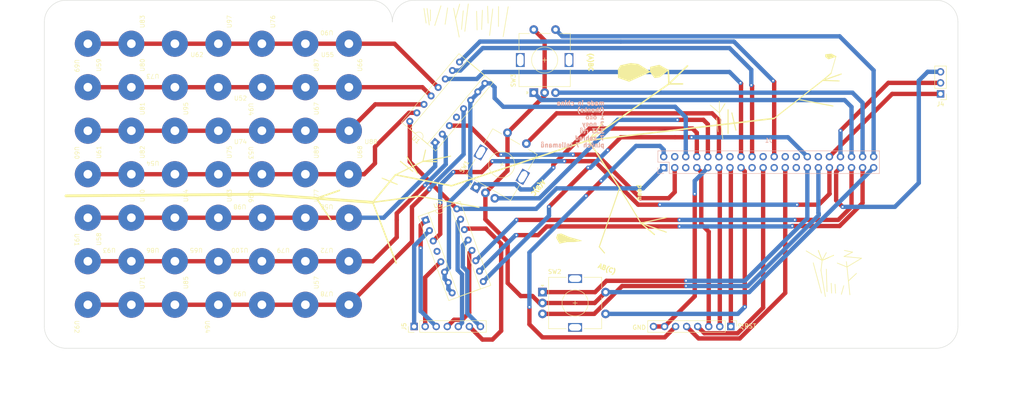
<source format=kicad_pcb>
(kicad_pcb (version 20221018) (generator pcbnew)
  (layers (0 "F.Cu" signal) (31 "B.Cu" signal) (34 "B.Paste" user) (35 "F.Paste" user) (36 "B.SilkS" user "B.Silkscreen") (37 "F.SilkS" user "F.Silkscreen") (38 "B.Mask" user) (39 "F.Mask" user) (44 "Edge.Cuts" user))
  (net 0 "")
  (net 1 "COM1")
  (net 2 "NOK_VCC")
  (net 4 "COM2")
  (net 5 "PNUK_B_GP_A")
  (net 6 "GND_PNUKY_ROT")
  (net 7 "PNUK_B_GP_B")
  (net 8 "SEL0_A")
  (net 9 "KNOFL_B")
  (net 10 "SEL1_A")
  (net 11 "SEL2_A")
  (net 12 "PNUK_C_GP_A")
  (net 14 "PNUK_C_GP_B")
  (net 15 "NOK_DIN")
  (net 17 "NOK_CE")
  (net 18 "NOK_CLK")
  (net 21 "SEL0_B")
  (net 22 "KNOFL_A")
  (net 23 "SEL1_B")
  (net 25 "SEL2_B")
  (net 26 "PWM_1_OUT")
  (net 27 "PWM_2_OUT")
  (net 28 "KNOFL_C")
  (net 29 "NOK_RST")
  (net 30 "NOK_DC")
  (net 31 "PNUK_A_GP_A")
  (net 32 "PNUK_A_GP_B")
  (net 33 "Net-(J5-Pin_1)")
  (net 34 "Net-(J5-Pin_2)")
  (net 35 "Net-(J5-Pin_3)")
  (net 36 "Net-(J5-Pin_4)")
  (net 37 "Net-(J5-Pin_5)")
  (net 38 "Net-(J5-Pin_6)")
  (net 39 "Net-(J5-Pin_7)")
  (net 40 "m4")
  (net 41 "m6")
  (net 43 "m5")
  (net 44 "m3")
  (net 45 "m0")
  (net 46 "m1")
  (net 47 "m2")
  (net 49 "Net-(U1-VCC)")
  (net 50 "Net-(U1-GND)")
  (net 52 "NOK_BL")
  (net 55 "Net-(J4-Pin_2)")
  (footprint "ass149:1x1_matrix_pin" (layer "F.Cu") (at 134.999937 37.46 180)
    (fp_text reference "U73")
    (fp_text value "~")
  )
  (footprint "MountingHole:MountingHole_2.7mm_M2.5" (layer "F.Cu") (at 294.999937 95)
    (fp_text reference "REF**" hide)
    (fp_text value "MountingHole_2.7mm_M2.5")
  )
  (footprint "ass149:1x1_matrix_pin" (layer "F.Cu") (at 164.999937 32.54)
    (fp_text reference "U55")
    (fp_text value "~")
  )
  (footprint "ass149:1x1_matrix_pin" (layer "F.Cu") (at 134.999937 77.46 180)
    (fp_text reference "U86")
    (fp_text value "~")
  )
  (footprint "MountingHole:MountingHole_2.7mm_M2.5" (layer "F.Cu") (at 179.999937 25)
    (fp_text reference "REF**" hide)
    (fp_text value "MountingHole_2.7mm_M2.5")
  )
  (footprint "MountingHole:MountingHole_2.7mm_M2.5" (layer "F.Cu") (at 109.999937 25)
    (fp_text reference "REF**" hide)
    (fp_text value "MountingHole_2.7mm_M2.5")
  )
  (footprint "ass149:1x1_matrix_pin" (layer "F.Cu") (at 152.459937 60 -90)
    (fp_text reference "U96")
    (fp_text value "~")
  )
  (footprint "ass149:1x1_matrix_pin" (layer "F.Cu") (at 174.999937 52.54)
    (fp_text reference "U88")
    (fp_text value "~")
  )
  (footprint "ass149:1x1_matrix_pin" (layer "F.Cu") (at 167.539937 60 90)
    (fp_text reference "U89")
    (fp_text value "~")
  )
  (footprint "ass149:1x1_matrix_pin" (layer "F.Cu") (at 117.539937 80 90)
    (fp_text reference "U58")
    (fp_text value "~")
  )
  (footprint "MountingHole:MountingHole_2.7mm_M2.5" (layer "F.Cu") (at 274.999937 95)
    (fp_text reference "REF**" hide)
    (fp_text value "MountingHole_2.7mm_M2.5")
  )
  (footprint "ass149:1x1_matrix_pin" (layer "F.Cu") (at 117.539937 40 90)
    (fp_text reference "U59")
    (fp_text value "~")
  )
  (footprint "Rotary_Encoder:RotaryEncoder_Alps_EC11E-Switch_Vertical_H20mm" (layer "F.Cu") (at 219.499937 87.1)
    (fp_text reference "SW2")
    (fp_text value "RotaryEncoder_Switch")
  )
  (footprint "ass149:1x1_matrix_pin" (layer "F.Cu") (at 127.539937 60 90)
    (fp_text reference "U82")
    (fp_text value "~")
  )
  (footprint "ass149:1x1_matrix_pin" (layer "F.Cu") (at 112.459937 90 -90)
    (fp_text reference "U92")
    (fp_text value "~")
  )
  (footprint "ass149:1x1_matrix_pin" (layer "F.Cu") (at 144.999937 52.54)
    (fp_text reference "U74")
    (fp_text value "~")
  )
  (footprint "ass149:1x1_matrix_pin" (layer "F.Cu") (at 127.539937 90 90)
    (fp_text reference "U71")
    (fp_text value "~")
  )
  (footprint "ass149:1x1_matrix_pin" (layer "F.Cu") (at 174.999937 87.46 180)
    (fp_text reference "U78")
    (fp_text value "~")
  )
  (footprint "ass149:1x1_matrix_pin" (layer "F.Cu") (at 144.999937 77.46 180)
    (fp_text reference "U65")
    (fp_text value "~")
  )
  (footprint "Rotary_Encoder:RotaryEncoder_Alps_EC11E-Switch_Vertical_H20mm" (layer "F.Cu") (at 204.209874 63.028684 60)
    (fp_text reference "SW1")
    (fp_text value "RotaryEncoder_Switch")
  )
  (footprint "MountingHole:MountingHole_2.7mm_M2.5" (layer "F.Cu") (at 309.999937 60)
    (fp_text reference "REF**" hide)
    (fp_text value "MountingHole_2.7mm_M2.5")
  )
  (footprint "Rotary_Encoder:RotaryEncoder_Alps_EC11E-Switch_Vertical_H20mm" (layer "F.Cu") (at 217.499937 41.25 90)
    (fp_text reference "SW3")
    (fp_text value "RotaryEncoder_Switch")
  )
  (footprint "ass149:1x1_matrix_pin" (layer "F.Cu") (at 117.539937 60 90)
    (fp_text reference "U61")
    (fp_text value "~")
  )
  (footprint "ass149:1x1_matrix_pin" (layer "F.Cu") (at 154.999937 67.46 180)
    (fp_text reference "U98")
    (fp_text value "~")
  )
  (footprint "Module:Raspberry_Pi_Zero_Socketed_THT_FaceDown_MountingHoles" (layer "F.Cu") (at 295.619937 58.5 -90)
    (fp_text reference "J1")
    (fp_text value "Raspberry_Pi_2_3")
  )
  (footprint "Connector_PinHeader_2.54mm:PinHeader_1x08_P2.54mm_Vertical" (layer "F.Cu") (at 262.799937 95 -90)
    (fp_text reference "J2")
    (fp_text value "Conn_01x08_Pin_nokia")
  )
  (footprint "ass149:1x1_matrix_pin" (layer "F.Cu") (at 152.459937 50 -90)
    (fp_text reference "U53")
    (fp_text value "~")
  )
  (footprint "ass149:1x1_matrix_pin" (layer "F.Cu") (at 167.539937 70 90)
    (fp_text reference "U77")
    (fp_text value "~")
  )
  (footprint "ass149:1x1_matrix_pin" (layer "F.Cu") (at 164.999937 77.46 180)
    (fp_text reference "U79")
    (fp_text value "~")
  )
  (footprint "MountingHole:MountingHole_2.7mm_M2.5" (layer "F.Cu") (at 309.999937 25)
    (fp_text reference "REF**" hide)
    (fp_text value "MountingHole_2.7mm_M2.5")
  )
  (footprint "MountingHole:MountingHole_2.7mm_M2.5" (layer "F.Cu") (at 109.999937 95)
    (fp_text reference "REF**" hide)
    (fp_text value "MountingHole_2.7mm_M2.5")
  )
  (footprint "ass149:1x1_matrix_pin" (layer "F.Cu") (at 174.999937 77.46 180)
    (fp_text reference "U72")
    (fp_text value "~")
  )
  (footprint "MountingHole:MountingHole_2.7mm_M2.5" (layer "F.Cu") (at 254.999937 25)
    (fp_text reference "REF**" hide)
    (fp_text value "MountingHole_2.7mm_M2.5")
  )
  (footprint "ass149:1x1_matrix_pin" (layer "F.Cu") (at 112.459937 30 -90)
    (fp_text reference "U69")
    (fp_text value "~")
  )
  (footprint "ass149:1x1_matrix_pin" (layer "F.Cu") (at 157.539937 30 90)
    (fp_text reference "U76")
    (fp_text value "~")
  )
  (footprint "ass149:1x1_matrix_pin" (layer "F.Cu") (at 127.539937 30 90)
    (fp_text reference "U83")
    (fp_text value "~")
  )
  (footprint "ass149:1x1_matrix_pin" (layer "F.Cu") (at 167.539937 40 90)
    (fp_text reference "U87")
    (fp_text value "~")
  )
  (footprint "PCM_kikit:Board" (layer "F.Cu") (at 124.624937 100 180)
    (fp_text reference "B2")
    (fp_text value "Board")
  )
  (footprint "ass149:1x1_matrix_pin" (layer "F.Cu") (at 177.539937 40 90)
    (fp_text reference "U66")
    (fp_text value "~")
  )
  (footprint "ass149:1x1_matrix_pin" (layer "F.Cu") (at 167.539937 90 90)
    (fp_text reference "U57")
    (fp_text value "~")
  )
  (footprint "ass149:1x1_matrix_pin" (layer "F.Cu") (at 112.459937 50 -90)
    (fp_text reference "U60")
    (fp_text value "~")
  )
  (footprint "ass149:1x1_matrix_pin" (layer "F.Cu") (at 167.539937 50 90)
    (fp_text reference "U67")
    (fp_text value "~")
  )
  (footprint "ass149:1x1_matrix_pin" (layer "F.Cu") (at 112.459937 70 -90)
    (fp_text reference "U91")
    (fp_text value "~")
  )
  (footprint "ass149:1x1_matrix_pin" (layer "F.Cu") (at 154.999937 87.46 180)
    (fp_text reference "U99")
    (fp_text value "~")
  )
  (footprint "ass149:1x1_matrix_pin" (layer "F.Cu") (at 124.999937 77.46 180)
    (fp_text reference "U93")
    (fp_text value "~")
  )
  (footprint "ass149:1x1_matrix_pin" (layer "F.Cu") (at 147.539937 70 90)
    (fp_text reference "U63")
    (fp_text value "~")
  )
  (footprint "ass149:1x1_matrix_pin" (layer "F.Cu") (at 137.539937 70 90)
    (fp_text reference "U84")
    (fp_text value "~")
  )
  (footprint "MountingHole:MountingHole_2.7mm_M2.5" (layer "F.Cu") (at 294.999937 25)
    (fp_text reference "REF**" hide)
    (fp_text value "MountingHole_2.7mm_M2.5")
  )
  (footprint "ass149:1x1_matrix_pin" (layer "F.Cu") (at 174.999937 67.46 180)
    (fp_text reference "U56")
    (fp_text value "~")
  )
  (footprint "ass149:1x1_matrix_pin" (layer "F.Cu") (at 127.539937 50 90)
    (fp_text reference "U81")
    (fp_text value "~")
  )
  (footprint "ass149:1x1_matrix_pin" (layer "F.Cu") (at 174.999937 27.46 180)
    (fp_text reference "U90")
    (fp_text value "~")
  )
  (footprint "ass149:1x1_matrix_pin" (layer "F.Cu") (at 134.999937 57.46 180)
    (fp_text reference "U54")
    (fp_text value "~")
  )
  (footprint "Connector_PinHeader_2.54mm:PinHeader_1x07_P2.54mm_Vertical" (layer "F.Cu") (at 189.999937 95 90)
    (fp_text reference "J5")
    (fp_text value "Conn_01x07_Pin")
  )
  (footprint "ass149:1x1_matrix_pin" (layer "F.Cu") (at 152.459937 40 -90)
    (fp_text reference "U94")
    (fp_text value "~")
  )
  (footprint "ass149:1x1_matrix_pin" (layer "F.Cu") (at 142.459937 90 -90)
    (fp_text reference "U64")
    (fp_text value "~")
  )
  (footprint "ass149:1x1_matrix_pin" (layer "F.Cu") (at 154.999937 77.46 180)
    (fp_text reference "U100")
    (fp_text value "~")
  )
  (footprint "ass149:1x1_matrix_pin" (layer "F.Cu") (at 134.999937 32.54)
    (fp_text reference "U62")
    (fp_text value "~")
  )
  (footprint "MountingHole:MountingHole_2.7mm_M2.5" (layer "F.Cu") (at 309.999937 95)
    (fp_text reference "REF**" hide)
    (fp_text value "MountingHole_2.7mm_M2.5")
  )
  (footprint "MountingHole:MountingHole_2.7mm_M2.5" (layer "F.Cu") (at 179.999937 95)
    (fp_text reference "REF**" hide)
    (fp_text value "MountingHole_2.7mm_M2.5")
  )
  (footprint "ass149:1x1_matrix_pin" (layer "F.Cu") (at 137.539937 50 90)
    (fp_text reference "U95")
    (fp_text value "~")
  )
  (footprint "ass149:1x1_matrix_pin" (layer "F.Cu") (at 127.539937 40 90)
    (fp_text reference "U80")
    (fp_text value "~")
  )
  (footprint "Package_DIP:DIP-16_W7.62mm_Socket" (layer "F.Cu") (at 192.656281 70.565904 20)
    (fp_text reference "U2")
    (fp_text value "74HC4051")
  )
  (footprint "ass149:1x1_matrix_pin" (layer "F.Cu") (at 147.539937 30 90)
    (fp_text reference "U97")
    (fp_text value "~")
  )
  (footprint "Package_DIP:DIP-16_W7.62mm_Socket" (layer "F.Cu") (at 194.836534 52.728764 140)
    (fp_text reference "U1")
    (fp_text value "74HC4051")
  )
  (footprint "ass149:1x1_matrix_pin" (layer "F.Cu") (at 127.539937 70 90)
    (fp_text reference "U70")
    (fp_text value "~")
  )
  (footprint "ass149:1x1_matrix_pin" (layer "F.Cu") (at 147.539937 60 90)
    (fp_text reference "U75")
    (fp_text value "~")
  )
  (footprint "ass149:1x1_matrix_pin" (layer "F.Cu") (at 144.999937 42.54)
    (fp_text reference "U52")
    (fp_text value "~")
  )
  (footprint "ass149:1x1_matrix_pin" (layer "F.Cu") (at 137.539937 90 90)
    (fp_text reference "U85")
    (fp_text value "~")
  )
  (footprint "Connector_PinHeader_2.54mm:PinHeader_1x03_P2.54mm_Vertical" (layer "F.Cu") (at 310.999937 41.54 180)
    (fp_text reference "J4")
    (fp_text value "Conn_01x03_Pin")
  )
  (footprint "ass149:1x1_matrix_pin" (layer "F.Cu") (at 177.539937 60 90)
    (fp_text reference "U68")
    (fp_text value "~")
  )
  (gr_line (start 288.204937 87.615) (end 288.764937 85.605) (stroke (width 0.15)) (layer "F.SilkS"))
  (gr_line (start 283.92 38.44) (end 285.83 36.81) (stroke (width 0.25)) (layer "F.SilkS"))
  (gr_line (start 283.92 38.44) (end 287.68 38.55) (stroke (width 0.25)) (layer "F.SilkS"))
  (gr_line (start 286.424937 78.635) (end 283.794937 79.805) (stroke (width 0.15)) (layer "F.SilkS"))
  (gr_line (start 180.49 66.46) (end 185.71 60.13) (stroke (width 0.35)) (layer "F.SilkS"))
  (gr_line (start 289.494937 81.315) (end 289.359937 80.09) (stroke (width 0.15)) (layer "F.SilkS"))
  (gr_line (start 154.63 64.6) (end 180.49 66.46) (stroke (width 0.65)) (layer "F.SilkS"))
  (gr_line (start 263.96 49.87) (end 263.03 45.9) (stroke (width 0.25)) (layer "F.SilkS"))
  (gr_line (start 283.794937 79.805) (end 282.904937 77.515) (stroke (width 0.15)) (layer "F.SilkS"))
  (gr_line (start 172.8 63.74) (end 167.56 65.53) (stroke (width 0.35)) (layer "F.SilkS"))
  (gr_line (start 204.47 26.84) (end 204.36 22.53) (stroke (width 0.15)) (layer "F.SilkS"))
  (gr_line (start 288.824937 78.905) (end 290.774937 77.905) (stroke (width 0.15)) (layer "F.SilkS"))
  (gr_line (start 283.92 38.44) (end 288.17 36.97) (stroke (width 0.25)) (layer "F.SilkS"))
  (gr_poly (pts (xy 244.28 36.46) (xy 241.52 34.72) (xy 239.82 34.51) (xy 237.46 35.02) (xy 236.91 35.95) (xy 236.93 37.8) (xy 239.41 38.66)) (stroke (width 0.15)) (fill solid) (layer "F.SilkS"))
  (gr_poly (pts (xy 286.96 32.94) (xy 285.95 32.36) (xy 284.59 32.48) (xy 284.55 32.99) (xy 285.27 33.51)) (stroke (width 0.15)) (fill solid) (layer "F.SilkS"))
  (gr_line (start 284.914937 87.005) (end 284.744937 81.815) (stroke (width 0.15)) (layer "F.SilkS"))
  (gr_line (start 292.844937 79.305) (end 288.824937 78.905) (stroke (width 0.15)) (layer "F.SilkS"))
  (gr_line (start 186.85 57.05) (end 189.68 59.34) (stroke (width 0.25)) (layer "F.SilkS"))
  (gr_line (start 192.02 57.05) (end 198.39 55.85) (stroke (width 0.25)) (layer "F.SilkS"))
  (gr_line (start 205.51 26.75) (end 205.69 22.29) (stroke (width 0.15)) (layer "F.SilkS"))
  (gr_line (start 180.49 66.46) (end 185.86 80.41) (stroke (width 0.35)) (layer "F.SilkS"))
  (gr_line (start 200.36 28.48) (end 199.07 21.84) (stroke (width 0.15)) (layer "F.SilkS"))
  (gr_line (start 285.974937 87.335) (end 285.864937 85.055) (stroke (width 0.15)) (layer "F.SilkS"))
  (gr_line (start 207.35 28.11) (end 208.07 22) (stroke (width 0.15)) (layer "F.SilkS"))
  (gr_line (start 198.58 62.66) (end 230.05 52.21) (stroke (width 0.35)) (layer "F.SilkS"))
  (gr_line (start 283.624937 87.335) (end 281.734937 80.365) (stroke (width 0.15)) (layer "F.SilkS"))
  (gr_line (start 248.56 39.24) (end 248.43 36.09) (stroke (width 0.35)) (layer "F.SilkS"))
  (gr_line (start 259.86 50.23) (end 259.51 47.05) (stroke (width 0.15)) (layer "F.SilkS"))
  (gr_line (start 188.37 56.02) (end 190.77 59.83) (stroke (width 0.25)) (layer "F.SilkS"))
  (gr_line (start 285.83 36.81) (end 286.96 32.94) (stroke (width 0.15)) (layer "F.SilkS"))
  (gr_line (start 283.514937 82.095) (end 283.794937 79.805) (stroke (width 0.15)) (layer "F.SilkS"))
  (gr_line (start 248.56 39.24) (end 252.84 35.08) (stroke (width 0.35)) (layer "F.SilkS"))
  (gr_line (start 289.494937 81.315) (end 292.844937 79.305) (stroke (width 0.15)) (layer "F.SilkS"))
  (gr_line (start 289.494937 81.315) (end 287.259937 80.42) (stroke (width 0.15)) (layer "F.SilkS"))
  (gr_line (start 242.14 71.25) (end 247.96 69.95) (stroke (width 0.25)) (layer "F.SilkS"))
  (gr_line (start 289.829937 84.52) (end 291.679937 82.79) (stroke (width 0.15)) (layer "F.SilkS"))
  (gr_line (start 282.904937 77.515) (end 283.794937 79.805) (stroke (width 0.15)) (layer "F.SilkS"))
  (gr_line (start 290.164937 87.725) (end 289.494937 81.315) (stroke (width 0.15)) (layer "F.SilkS"))
  (gr_line (start 209.38 26.04) (end 209.4 21.44) (stroke (width 0.15)) (layer "F.SilkS"))
  (gr_line (start 185.71 60.13) (end 192.02 57.05) (stroke (width 0.25)) (layer "F.SilkS"))
  (gr_line (start 283.794937 79.805) (end 286.424937 78.635) (stroke (width 0.15)) (layer "F.SilkS"))
  (gr_line (start 182.66 60.91) (end 186.09 62.33) (stroke (width 0.25)) (layer "F.SilkS"))
  (gr_line (start 272.73 47.17) (end 283.92 38.44) (stroke (width 0.25)) (layer "F.SilkS"))
  (gr_poly (pts (xy 248.43 36.09) (xy 246.35 34.92) (xy 244.32 35.38) (xy 244.28 36.46) (xy 245.27 37.82) (xy 246.39 37.66) (xy 247.51 36.83)) (stroke (width 0.15)) (fill solid) (layer "F.SilkS"))
  (gr_line (start 284.524937 88.125) (end 283.514937 82.095) (stroke (width 0.15)) (layer "F.SilkS"))
  (gr_line (start 237.23 63.16) (end 242.14 71.25) (stroke (width 0.25)) (layer "F.SilkS"))
  (gr_line (start 232.56 76.69) (end 233.76 78.11) (stroke (width 0.25)) (layer "F.SilkS"))
  (gr_line (start 185.71 60.13) (end 198.58 62.66) (stroke (width 0.35)) (layer "F.SilkS"))
  (gr_line (start 193.48 25.71) (end 192.97 21.89) (stroke (width 0.15)) (layer "F.SilkS"))
  (gr_line (start 207 25.29) (end 206.89 21.36) (stroke (width 0.15)) (layer "F.SilkS"))
  (gr_line (start 193.74 22.21) (end 193.74 24.76) (stroke (width 0.15)) (layer "F.SilkS"))
  (gr_line (start 197.12 25.53) (end 197.7 21.76) (stroke (width 0.15)) (layer "F.SilkS"))
  (gr_line (start 192.62 54.44) (end 192.02 57.05) (stroke (width 0.25)) (layer "F.SilkS"))
  (gr_line (start 261.46 43.76) (end 260.16 45.9) (stroke (width 0.15)) (layer "F.SilkS"))
  (gr_line (start 180.49 66.46) (end 191.15 65.05) (stroke (width 0.35)) (layer "F.SilkS"))
  (gr_line (start 191.15 65.05) (end 204.92 67.61) (stroke (width 0.25)) (layer "F.SilkS"))
  (gr_line (start 230.05 52.21) (end 237.23 63.16) (stroke (width 0.35)) (layer "F.SilkS"))
  (gr_line (start 192.26 21.88) (end 192.75 25.25) (stroke (width 0.15)) (layer "F.SilkS"))
  (gr_line (start 167.56 65.53) (end 172.8 63.74) (stroke (width 0.35)) (layer "F.SilkS"))
  (gr_line (start 109.97 64.97) (end 154.63 64.6) (stroke (width 0.65)) (layer "F.SilkS"))
  (gr_line (start 278.325 42.805) (end 286.26 44.32) (stroke (width 0.25)) (layer "F.SilkS"))
  (gr_line (start 194.74 25.82) (end 196.16 21.29) (stroke (width 0.15)) (layer "F.SilkS"))
  (gr_line (start 260.16 45.9) (end 260.96 51.88) (stroke (width 0.15)) (layer "F.SilkS"))
  (gr_line (start 195.12 57.11) (end 192.02 57.05) (stroke (width 0.25)) (layer "F.SilkS"))
  (gr_line (start 230.05 52.21) (end 272.73 47.17) (stroke (width 0.35)) (layer "F.SilkS"))
  (gr_line (start 262.16 45.19) (end 262.16 50.63) (stroke (width 0.25)) (layer "F.SilkS"))
  (gr_line (start 230.05 52.21) (end 248.56 39.24) (stroke (width 0.35)) (layer "F.SilkS"))
  (gr_line (start 199.52 24.26) (end 200.47 20.89) (stroke (width 0.15)) (layer "F.SilkS"))
  (gr_line (start 260.16 45.9) (end 260.16 43.26) (stroke (width 0.15)) (layer "F.SilkS"))
  (gr_line (start 230.05 52.21) (end 233.32 48.18) (stroke (width 0.25)) (layer "F.SilkS"))
  (gr_line (start 192.02 57.05) (end 195.12 57.11) (stroke (width 0.25)) (layer "F.SilkS"))
  (gr_line (start 248.56 39.24) (end 251.7 39.24) (stroke (width 0.35)) (layer "F.SilkS"))
  (gr_line (start 167.56 65.53) (end 170.9 70.56) (stroke (width 0.35)) (layer "F.SilkS"))
  (gr_line (start 210.46 28.39) (end 211.62 21.49) (stroke (width 0.15)) (layer "F.SilkS"))
  (gr_line (start 283.794937 79.805) (end 284.744937 78.015) (stroke (width 0.15)) (layer "F.SilkS"))
  (gr_line (start 242.14 71.25) (end 247.96 73.32) (stroke (width 0.25)) (layer "F.SilkS"))
  (gr_line (start 290.774937 77.905) (end 288.874937 77.515) (stroke (width 0.15)) (layer "F.SilkS"))
  (gr_line (start 200.89 26.71) (end 201.29 22.42) (stroke (width 0.15)) (layer "F.SilkS"))
  (gr_line (start 260.16 45.9) (end 258.07 44.11) (stroke (width 0.15)) (layer "F.SilkS"))
  (gr_poly (pts (xy 228.44 75.29) (xy 225.52 74.46) (xy 223.83 73.71) (xy 223 73.79) (xy 222.72 74.62) (xy 223.43 75.88) (xy 225.17 75.52) (xy 226.82 75.52)) (stroke (width 0.15)) (fill solid) (layer "F.SilkS"))
  (gr_line (start 242.14 71.25) (end 245.24 73.87) (stroke (width 0.25)) (layer "F.SilkS"))
  (gr_line (start 283.794937 79.805) (end 280.114937 77.625) (stroke (width 0.15)) (layer "F.SilkS"))
  (gr_line (start 286.864937 87.335) (end 286.754937 85.275) (stroke (width 0.15)) (layer "F.SilkS"))
  (gr_line (start 260.16 45.9) (end 261.46 43.76) (stroke (width 0.15)) (layer "F.SilkS"))
  (gr_line (start 237.23 63.16) (end 232.56 76.69) (stroke (width 0.25)) (layer "F.SilkS"))
  (gr_line (start 245.24 73.87) (end 242.14 71.25) (stroke (width 0.25)) (layer "F.SilkS"))
  (gr_line (start 201.65 27.17) (end 202.45 20.85) (stroke (width 0.15)) (layer "F.SilkS"))
  (gr_line (start 109.999937 20) (end 179.999937 20) (stroke (width 0.1)) (layer "Edge.Cuts"))
  (gr_line (start 189.999937 20) (end 310.035471 20) (stroke (width 0.1)) (layer "Edge.Cuts"))
  (gr_arc (start 310.035471 20) (mid 313.5481 21.476962) (end 315.000063 25) (stroke (width 0.1)) (layer "Edge.Cuts"))
  (gr_line (start 104.999937 95) (end 104.999937 25) (stroke (width 0.1)) (layer "Edge.Cuts"))
  (gr_arc (start 184.999937 25) (mid 186.464403 21.464466) (end 189.999937 20) (stroke (width 0.1)) (layer "Edge.Cuts"))
  (gr_arc (start 104.999937 25) (mid 106.464403 21.464466) (end 109.999937 20) (stroke (width 0.1)) (layer "Edge.Cuts"))
  (gr_line (start 314.999937 70) (end 314.999937 95) (stroke (width 0.1)) (layer "Edge.Cuts"))
  (gr_arc (start 314.999937 95) (mid 313.53547 98.535533) (end 309.999937 100) (stroke (width 0.1)) (layer "Edge.Cuts"))
  (gr_arc (start 109.999937 100) (mid 106.464403 98.535533) (end 104.999937 95) (stroke (width 0.1)) (layer "Edge.Cuts"))
  (gr_line (start 309.999937 100) (end 109.999937 100) (stroke (width 0.1)) (layer "Edge.Cuts"))
  (gr_arc (start 179.999937 20) (mid 183.53547 21.464466) (end 184.999937 25) (stroke (width 0.1)) (layer "Edge.Cuts"))
  (gr_line (start 315.000063 25) (end 314.999937 70) (stroke (width 0.1)) (layer "Edge.Cuts"))
  (gr_text "made in china\n(thanks)\n1 oko\n2 nosy\n333 rtů\n7 zahrad\nplných 7 talismanů" (at 233.89 53.9) (layer "B.SilkS") (effects (font (size 1 1) (thickness 0.25) bold) (justify left bottom mirror)))
  (gr_text "RST" (at 265.799937 95.5) (layer "F.SilkS") (effects (font (size 1 1)) (justify left bottom)))
  (gr_text "(A)BC" (at 230 32 -90) (layer "F.SilkS") (effects (font (size 1 1) (thickness 0.25) bold) (justify left bottom)))
  (gr_text "AB(C)" (at 232 81.5 -20) (layer "F.SilkS") (effects (font (size 1 1) (thickness 0.25) bold) (justify left bottom)))
  (gr_text "GND" (at 240.099937 95.8) (layer "F.SilkS") (effects (font (size 1 1)) (justify left bottom)))
  (gr_text "A(B)C" (at 219.5 61 230) (layer "F.SilkS") (effects (font (size 1 1) (thickness 0.25) bold) (justify left bottom)))
  (segment (start 231.999937 55.5) (end 241.999937 65.5) (width 1) (layer "F.Cu") (net 1))
  (segment (start 249.899937 64.1) (end 249.899937 58.5) (width 1) (layer "F.Cu") (net 1))
  (segment (start 209.333318 55.5) (end 209.999937 55.5) (width 1) (layer "F.Cu") (net 1))
  (segment (start 202.670576 48.837258) (end 209.333318 55.5) (width 1) (layer "F.Cu") (net 1))
  (segment (start 198.101895 48.837258) (end 202.670576 48.837258) (width 1) (layer "F.Cu") (net 1))
  (segment (start 248.499937 65.5) (end 249.899937 64.1) (width 1) (layer "F.Cu") (net 1))
  (segment (start 226.499937 55.5) (end 231.999937 55.5) (width 1) (layer "F.Cu") (net 1))
  (segment (start 241.999937 65.5) (end 248.499937 65.5) (width 1) (layer "F.Cu") (net 1))
  (via (at 209.999937 55.5) (size 0.8) (drill 0.4) (layers "F.Cu" "B.Cu") (net 1))
  (via (at 226.499937 55.5) (size 0.8) (drill 0.4) (layers "F.Cu" "B.Cu") (net 1))
  (segment (start 209.999937 55.5) (end 226.499937 55.5) (width 1) (layer "B.Cu") (net 1))
  (segment (start 229.499937 65) (end 232.999937 61.5) (width 1) (layer "F.Cu") (net 2))
  (segment (start 250.099937 95) (end 247.599937 97.5) (width 1) (layer "F.Cu") (net 2))
  (segment (start 216.499937 94.5) (end 216.499937 90.5) (width 1) (layer "F.Cu") (net 2))
  (segment (start 219.499937 97.5) (end 216.499937 94.5) (width 1) (layer "F.Cu") (net 2))
  (segment (start 247.599937 97.5) (end 219.499937 97.5) (width 1) (layer "F.Cu") (net 2))
  (via (at 232.999937 61.5) (size 0.8) (drill 0.4) (layers "F.Cu" "B.Cu") (net 2))
  (via (at 229.499937 65) (size 0.8) (drill 0.4) (layers "F.Cu" "B.Cu") (net 2))
  (via (at 216.499937 90.5) (size 0.8) (drill 0.4) (layers "F.Cu" "B.Cu") (net 2))
  (segment (start 232.999937 61.5) (end 240.999937 53.5) (width 1) (layer "B.Cu") (net 2))
  (segment (start 240.999937 53.5) (end 246.499937 53.5) (width 1) (layer "B.Cu") (net 2))
  (segment (start 216.499937 90.5) (end 216.499937 78) (width 1) (layer "B.Cu") (net 2))
  (segment (start 246.499937 53.5) (end 247.359937 54.36) (width 1) (layer "B.Cu") (net 2))
  (segment (start 247.359937 54.36) (end 247.359937 55.96) (width 1) (layer "B.Cu") (net 2))
  (segment (start 216.499937 78) (end 229.499937 65) (width 1) (layer "B.Cu") (net 2))
  (segment (start 195.999937 73.733349) (end 195.999937 66.5) (width 1) (layer "F.Cu") (net 4))
  (segment (start 277.999937 67) (end 282.999937 67) (width 1) (layer "F.Cu") (net 4))
  (segment (start 224.499937 57) (end 231.499937 57) (width 1) (layer "F.Cu") (net 4))
  (segment (start 194.393743 75.339543) (end 195.999937 73.733349) (width 1) (layer "F.Cu") (net 4))
  (segment (start 285.499937 64.5) (end 285.459937 64.46) (width 1) (layer "F.Cu") (net 4))
  (segment (start 241.499937 67) (end 246.499937 67) (width 1) (layer "F.Cu") (net 4))
  (segment (start 198.999937 59.5) (end 205.499937 59.5) (width 1) (layer "F.Cu") (net 4))
  (segment (start 282.999937 67) (end 285.499937 64.5) (width 1) (layer "F.Cu") (net 4))
  (segment (start 231.499937 57) (end 241.499937 67) (width 1) (layer "F.Cu") (net 4))
  (segment (start 205.499937 59.5) (end 207.999937 57) (width 1) (layer "F.Cu") (net 4))
  (segment (start 285.459937 64.46) (end 285.459937 58.5) (width 1) (layer "F.Cu") (net 4))
  (via (at 198.999937 59.5) (size 0.8) (drill 0.4) (layers "F.Cu" "B.Cu") (net 4))
  (via (at 195.999937 66.5) (size 0.8) (drill 0.4) (layers "F.Cu" "B.Cu") (net 4))
  (via (at 277.999937 67) (size 0.8) (drill 0.4) (layers "F.Cu" "B.Cu") (net 4))
  (via (at 224.499937 57) (size 0.8) (drill 0.4) (layers "F.Cu" "B.Cu") (net 4))
  (via (at 246.499937 67) (size 0.8) (drill 0.4) (layers "F.Cu" "B.Cu") (net 4))
  (via (at 207.999937 57) (size 0.8) (drill 0.4) (layers "F.Cu" "B.Cu") (net 4))
  (segment (start 246.499937 67) (end 277.999937 67) (width 1) (layer "B.Cu") (net 4))
  (segment (start 195.999937 62.5) (end 198.999937 59.5) (width 1) (layer "B.Cu") (net 4))
  (segment (start 207.999937 57) (end 224.499937 57) (width 1) (layer "B.Cu") (net 4))
  (segment (start 195.999937 66.5) (end 195.999937 62.5) (width 1) (layer "B.Cu") (net 4))
  (segment (start 219.499937 87.1) (end 231.595773 87.1) (width 1) (layer "F.Cu") (net 5))
  (segment (start 234.195773 84.5) (end 252.499937 84.5) (width 1) (layer "F.Cu") (net 5))
  (segment (start 231.595773 87.1) (end 234.195773 84.5) (width 1) (layer "F.Cu") (net 5))
  (via (at 252.499937 84.5) (size 0.8) (drill 0.4) (layers "F.Cu" "B.Cu") (net 5))
  (segment (start 280.379937 70.12) (end 280.379937 58.5) (width 1) (layer "B.Cu") (net 5))
  (segment (start 252.499937 84.5) (end 265.999937 84.5) (width 1) (layer "B.Cu") (net 5))
  (segment (start 265.999937 84.5) (end 280.379937 70.12) (width 1) (layer "B.Cu") (net 5))
  (segment (start 211.499937 85) (end 211.499937 75.5) (width 1) (layer "F.Cu") (net 6))
  (segment (start 217.199937 88) (end 214.499937 88) (width 1) (layer "F.Cu") (net 6))
  (segment (start 211.459874 59.193748) (end 211.459874 50.471316) (width 1) (layer "F.Cu") (net 6))
  (segment (start 218.799937 89.6) (end 217.199937 88) (width 1) (layer "F.Cu") (net 6))
  (segment (start 211.499937 75.5) (end 206.374938 70.375001) (width 1) (layer "F.Cu") (net 6))
  (segment (start 219.999937 41.25) (end 219.999937 29.25) (width 1) (layer "F.Cu") (net 6))
  (segment (start 231.499937 89.6) (end 219.499937 89.6) (width 1) (layer "F.Cu") (net 6))
  (segment (start 206.374938 70.375001) (end 206.374938 64.278684) (width 1) (layer "F.Cu") (net 6))
  (segment (start 219.999937 41.931253) (end 219.999937 41.25) (width 1) (layer "F.Cu") (net 6))
  (segment (start 206.374938 64.278684) (end 211.459874 59.193748) (width 1) (layer "F.Cu") (net 6))
  (segment (start 219.499937 89.6) (end 218.799937 89.6) (width 1) (layer "F.Cu") (net 6))
  (segment (start 233.999937 87.1) (end 231.499937 89.6) (width 1) (layer "F.Cu") (net 6))
  (segment (start 211.459874 50.471316) (end 219.999937 41.931253) (width 1) (layer "F.Cu") (net 6))
  (segment (start 219.999937 29.25) (end 217.499937 26.75) (width 1) (layer "F.Cu") (net 6))
  (segment (start 214.499937 88) (end 211.499937 85) (width 1) (layer "F.Cu") (net 6))
  (segment (start 233.999937 87.1) (end 267.019937 87.1) (width 1) (layer "B.Cu") (net 6))
  (segment (start 267.019937 87.1) (end 295.619937 58.5) (width 1) (layer "B.Cu") (net 6))
  (segment (start 219.499937 92.1) (end 231.404101 92.1) (width 1) (layer "F.Cu") (net 7))
  (segment (start 231.404101 92.1) (end 237.804101 85.7) (width 1) (layer "F.Cu") (net 7))
  (segment (start 237.804101 85.7) (end 252.499937 85.7) (width 1) (layer "F.Cu") (net 7))
  (via (at 252.499937 85.7) (size 0.8) (drill 0.4) (layers "F.Cu" "B.Cu") (net 7))
  (segment (start 282.999937 69) (end 282.919937 68.92) (width 1) (layer "B.Cu") (net 7))
  (segment (start 282.919937 68.92) (end 282.919937 58.5) (width 1) (layer "B.Cu") (net 7))
  (segment (start 266.722881 85.7) (end 282.999937 69.422944) (width 1) (layer "B.Cu") (net 7))
  (segment (start 252.499937 85.7) (end 266.722881 85.7) (width 1) (layer "B.Cu") (net 7))
  (segment (start 282.999937 69.422944) (end 282.999937 69) (width 1) (layer "B.Cu") (net 7))
  (segment (start 265.139937 39.14) (end 265.139937 55.96) (width 1) (layer "F.Cu") (net 8))
  (segment (start 264.999937 39) (end 265.139937 39.14) (width 1) (layer "F.Cu") (net 8))
  (via (at 264.999937 39) (size 0.8) (drill 0.4) (layers "F.Cu" "B.Cu") (net 8))
  (segment (start 204.397979 38.101958) (end 205.999937 36.5) (width 1) (layer "B.Cu") (net 8))
  (segment (start 205.999937 36.5) (end 262.499937 36.5) (width 1) (layer "B.Cu") (net 8))
  (segment (start 262.499937 36.5) (end 264.999937 39) (width 1) (layer "B.Cu") (net 8))
  (segment (start 197.162678 38.101958) (end 204.397979 38.101958) (width 1) (layer "B.Cu") (net 8))
  (segment (start 265.999937 90.5) (end 265.999937 59.36) (width 1) (layer "F.Cu") (net 9))
  (segment (start 265.999937 59.36) (end 265.139937 58.5) (width 1) (layer "F.Cu") (net 9))
  (via (at 265.999937 90.5) (size 0.8) (drill 0.4) (layers "F.Cu" "B.Cu") (net 9))
  (segment (start 264.399937 92.1) (end 265.999937 90.5) (width 1) (layer "B.Cu") (net 9))
  (segment (start 233.999937 92.1) (end 264.399937 92.1) (width 1) (layer "B.Cu") (net 9))
  (segment (start 267.499937 39.5) (end 267.679937 39.68) (width 1) (layer "F.Cu") (net 10))
  (segment (start 267.679937 39.68) (end 267.679937 55.96) (width 1) (layer "F.Cu") (net 10))
  (via (at 267.499937 39.5) (size 0.8) (drill 0.4) (layers "F.Cu" "B.Cu") (net 10))
  (segment (start 263.999937 32.5) (end 267.499937 36) (width 1) (layer "B.Cu") (net 10))
  (segment (start 198.795359 36.156205) (end 200.603607 36.156205) (width 1) (layer "B.Cu") (net 10))
  (segment (start 267.499937 36) (end 267.499937 39.5) (width 1) (layer "B.Cu") (net 10))
  (segment (start 262.499937 31) (end 263.999937 32.5) (width 1) (layer "B.Cu") (net 10))
  (segment (start 200.603607 36.156205) (end 205.759812 31) (width 1) (layer "B.Cu") (net 10))
  (segment (start 205.999937 31) (end 262.499937 31) (width 1) (layer "B.Cu") (net 10))
  (segment (start 205.759812 31) (end 205.999937 31) (width 1) (layer "B.Cu") (net 10))
  (segment (start 272.499937 38.5) (end 272.759937 38.76) (width 1) (layer "F.Cu") (net 11))
  (segment (start 272.759937 38.76) (end 272.759937 55.96) (width 1) (layer "F.Cu") (net 11))
  (via (at 272.499937 38.5) (size 0.8) (drill 0.4) (layers "F.Cu" "B.Cu") (net 11))
  (segment (start 205.138491 29.5) (end 237.499937 29.5) (width 1) (layer "B.Cu") (net 11))
  (segment (start 200.428039 34.210452) (end 205.138491 29.5) (width 1) (layer "B.Cu") (net 11))
  (segment (start 263.499937 29.5) (end 272.499937 38.5) (width 1) (layer "B.Cu") (net 11))
  (segment (start 237.499937 29.5) (end 263.499937 29.5) (width 1) (layer "B.Cu") (net 11))
  (segment (start 288.949937 42.95) (end 290.539937 44.54) (width 1) (layer "B.Cu") (net 12))
  (segment (start 217.499937 41.25) (end 219.199937 42.95) (width 1) (layer "B.Cu") (net 12))
  (segment (start 219.199937 42.95) (end 288.949937 42.95) (width 1) (layer "B.Cu") (net 12))
  (segment (start 290.539937 44.54) (end 290.539937 55.96) (width 1) (layer "B.Cu") (net 12))
  (segment (start 293.079937 43.58) (end 293.079937 55.96) (width 1) (layer "B.Cu") (net 14))
  (segment (start 222.499937 41.25) (end 290.749937 41.25) (width 1) (layer "B.Cu") (net 14))
  (segment (start 290.749937 41.25) (end 293.079937 43.58) (width 1) (layer "B.Cu") (net 14))
  (segment (start 264.349937 96.55) (end 270.219937 90.68) (width 1) (layer "F.Cu") (net 15))
  (segment (start 256.729937 96.55) (end 264.349937 96.55) (width 1) (layer "F.Cu") (net 15))
  (segment (start 270.219937 90.68) (end 270.219937 58.5) (width 1) (layer "F.Cu") (net 15))
  (segment (start 255.179937 95) (end 256.729937 96.55) (width 1) (layer "F.Cu") (net 15))
  (segment (start 260.259937 95) (end 260.259937 58.7) (width 1) (layer "F.Cu") (net 17))
  (segment (start 260.259937 58.7) (end 260.059937 58.5) (width 1) (layer "F.Cu") (net 17))
  (segment (start 255.389937 97.75) (end 264.846993 97.75) (width 1) (layer "F.Cu") (net 18))
  (segment (start 264.846993 97.75) (end 275.299937 87.297056) (width 1) (layer "F.Cu") (net 18))
  (segment (start 275.299937 87.297056) (end 275.299937 58.5) (width 1) (layer "F.Cu") (net 18))
  (segment (start 252.639937 95) (end 255.389937 97.75) (width 1) (layer "F.Cu") (net 18))
  (segment (start 277.499937 70.5) (end 287.499937 70.5) (width 1) (layer "F.Cu") (net 21))
  (segment (start 241.499937 70.5) (end 250.999937 70.5) (width 1) (layer "F.Cu") (net 21))
  (segment (start 213.499937 70.5) (end 241.499937 70.5) (width 1) (layer "F.Cu") (net 21))
  (segment (start 287.499937 70.5) (end 290.539937 67.46) (width 1) (layer "F.Cu") (net 21))
  (segment (start 290.539937 67.46) (end 290.539937 58.5) (width 1) (layer "F.Cu") (net 21))
  (via (at 213.499937 70.5) (size 0.8) (drill 0.4) (layers "F.Cu" "B.Cu") (net 21))
  (via (at 277.499937 70.5) (size 0.8) (drill 0.4) (layers "F.Cu" "B.Cu") (net 21))
  (via (at 250.999937 70.5) (size 0.8) (drill 0.4) (layers "F.Cu" "B.Cu") (net 21))
  (segment (start 250.999937 70.5) (end 277.499937 70.5) (width 1) (layer "B.Cu") (net 21))
  (segment (start 204.160395 79.893807) (end 213.499937 70.554265) (width 1) (layer "B.Cu") (net 21))
  (segment (start 213.499937 70.554265) (end 213.499937 70.5) (width 1) (layer "B.Cu") (net 21))
  (segment (start 260.059937 47.56) (end 260.059937 55.96) (width 1) (layer "F.Cu") (net 22))
  (segment (start 258.499937 46) (end 260.059937 47.56) (width 1) (layer "F.Cu") (net 22))
  (segment (start 222.761317 46) (end 258.499937 46) (width 1) (layer "F.Cu") (net 22))
  (segment (start 215.790001 52.971316) (end 222.761317 46) (width 1) (layer "F.Cu") (net 22))
  (segment (start 276.901409 71.901472) (end 287.795521 71.901472) (width 1) (layer "F.Cu") (net 23))
  (segment (start 293.079937 66.617056) (end 293.079937 58.5) (width 1) (layer "F.Cu") (net 23))
  (segment (start 220.499937 72) (end 250.999937 72) (width 1) (layer "F.Cu") (net 23))
  (segment (start 287.795521 71.901472) (end 293.079937 66.617056) (width 1) (layer "F.Cu") (net 23))
  (segment (start 218.499937 74) (end 220.499937 72) (width 1) (layer "F.Cu") (net 23))
  (segment (start 213.499937 74) (end 218.499937 74) (width 1) (layer "F.Cu") (net 23))
  (via (at 250.999937 72) (size 0.8) (drill 0.4) (layers "F.Cu" "B.Cu") (net 23))
  (via (at 276.901409 71.901472) (size 0.8) (drill 0.4) (layers "F.Cu" "B.Cu") (net 23))
  (via (at 213.499937 74) (size 0.8) (drill 0.4) (layers "F.Cu" "B.Cu") (net 23))
  (segment (start 205.029126 82.280626) (end 213.309752 74) (width 1) (layer "B.Cu") (net 23))
  (segment (start 213.309752 74) (end 213.499937 74) (width 1) (layer "B.Cu") (net 23))
  (segment (start 276.802881 72) (end 276.901409 71.901472) (width 1) (layer "B.Cu") (net 23))
  (segment (start 250.999937 72) (end 276.802881 72) (width 1) (layer "B.Cu") (net 23))
  (segment (start 234.499937 54.5) (end 237.499937 51.5) (width 1) (layer "F.Cu") (net 25))
  (segment (start 220.999937 67.5) (end 229.999937 58.5) (width 1) (layer "F.Cu") (net 25))
  (segment (start 237.499937 51.5) (end 249.999937 51.5) (width 1) (layer "F.Cu") (net 25))
  (segment (start 249.999937 51.5) (end 253.779937 51.5) (width 1) (layer "F.Cu") (net 25))
  (via (at 253.779937 51.5) (size 0.8) (drill 0.4) (layers "F.Cu" "B.Cu") (net 25))
  (via (at 234.499937 54.5) (size 0.8) (drill 0.4) (layers "F.Cu" "B.Cu") (net 25))
  (via (at 229.999937 58.5) (size 0.8) (drill 0.4) (layers "F.Cu" "B.Cu") (net 25))
  (via (at 220.999937 67.5) (size 0.8) (drill 0.4) (layers "F.Cu" "B.Cu") (net 25))
  (segment (start 230.499937 58.5) (end 234.499937 54.5) (width 1) (layer "B.Cu") (net 25))
  (segment (start 220.999937 69.565365) (end 220.999937 67.5) (width 1) (layer "B.Cu") (net 25))
  (segment (start 205.897857 84.667445) (end 220.999937 69.565365) (width 1) (layer "B.Cu") (net 25))
  (segment (start 275.919937 51.5) (end 280.379937 55.96) (width 1) (layer "B.Cu") (net 25))
  (segment (start 253.779937 51.5) (end 275.919937 51.5) (width 1) (layer "B.Cu") (net 25))
  (segment (start 229.999937 58.5) (end 230.499937 58.5) (width 1) (layer "B.Cu") (net 25))
  (segment (start 299.879937 41.54) (end 285.459937 55.96) (width 1) (layer "F.Cu") (net 26))
  (segment (start 310.999937 41.54) (end 299.879937 41.54) (width 1) (layer "F.Cu") (net 26))
  (segment (start 286.999937 59.5) (end 287.999937 58.5) (width 1) (layer "F.Cu") (net 27))
  (segment (start 288.499937 67.5) (end 286.999937 66) (width 1) (layer "F.Cu") (net 27))
  (segment (start 286.999937 66) (end 286.999937 59.5) (width 1) (layer "F.Cu") (net 27))
  (via (at 288.499937 67.5) (size 0.8) (drill 0.4) (layers "F.Cu" "B.Cu") (net 27))
  (segment (start 300.499937 67.5) (end 288.499937 67.5) (width 1) (layer "B.Cu") (net 27))
  (segment (start 307.999937 36.5) (end 305.999937 38.5) (width 1) (layer "B.Cu") (net 27))
  (segment (start 310.999937 36.46) (end 308.039937 36.46) (width 1) (layer "B.Cu") (net 27))
  (segment (start 305.999937 38.5) (end 305.999937 41) (width 1) (layer "B.Cu") (net 27))
  (segment (start 305.999937 41) (end 305.999937 62) (width 1) (layer "B.Cu") (net 27))
  (segment (start 308.039937 36.46) (end 307.999937 36.5) (width 1) (layer "B.Cu") (net 27))
  (segment (start 305.999937 62) (end 300.499937 67.5) (width 1) (layer "B.Cu") (net 27))
  (segment (start 295.619937 36.12) (end 295.619937 55.96) (width 1) (layer "B.Cu") (net 28))
  (segment (start 224.049937 28.3) (end 287.799937 28.3) (width 1) (layer "B.Cu") (net 28))
  (segment (start 222.499937 26.75) (end 224.049937 28.3) (width 1) (layer "B.Cu") (net 28))
  (segment (start 287.799937 28.3) (end 295.619937 36.12) (width 1) (layer "B.Cu") (net 28))
  (segment (start 262.799937 58.7) (end 262.599937 58.5) (width 1) (layer "F.Cu") (net 29))
  (segment (start 262.799937 95) (end 262.799937 58.7) (width 1) (layer "F.Cu") (net 29))
  (segment (start 257.719937 73.22) (end 255.999937 71.5) (width 1) (layer "F.Cu") (net 30))
  (segment (start 255.999937 71.5) (end 255.999937 59.52) (width 1) (layer "F.Cu") (net 30))
  (segment (start 257.719937 95) (end 257.719937 73.22) (width 1) (layer "F.Cu") (net 30))
  (segment (start 255.999937 59.52) (end 254.979937 58.5) (width 1) (layer "F.Cu") (net 30))
  (segment (start 221.999937 58.5) (end 221.999937 57.802944) (width 1) (layer "F.Cu") (net 31))
  (segment (start 253.999937 49.5) (end 254.979937 50.48) (width 1) (layer "F.Cu") (net 31))
  (segment (start 221.999937 57.802944) (end 230.302881 49.5) (width 1) (layer "F.Cu") (net 31))
  (segment (start 230.302881 49.5) (end 253.999937 49.5) (width 1) (layer "F.Cu") (net 31))
  (segment (start 254.979937 50.48) (end 254.979937 55.96) (width 1) (layer "F.Cu") (net 31))
  (via (at 221.999937 58.5) (size 0.8) (drill 0.4) (layers "F.Cu" "B.Cu") (net 31))
  (segment (start 204.209874 63.028684) (end 204.941925 62.296633) (width 1) (layer "B.Cu") (net 31))
  (segment (start 204.941925 62.296633) (end 213.29657 62.296633) (width 1) (layer "B.Cu") (net 31))
  (segment (start 213.29657 62.296633) (end 214.499937 63.5) (width 1) (layer "B.Cu") (net 31))
  (segment (start 214.499937 63.5) (end 216.999937 63.5) (width 1) (layer "B.Cu") (net 31))
  (segment (start 216.999937 63.5) (end 221.999937 58.5) (width 1) (layer "B.Cu") (net 31))
  (segment (start 257.519937 48.52) (end 257.519937 55.96) (width 1) (layer "F.Cu") (net 32))
  (segment (start 256.499937 47.5) (end 257.519937 48.52) (width 1) (layer "F.Cu") (net 32))
  (segment (start 250.499937 47.5) (end 256.499937 47.5) (width 1) (layer "F.Cu") (net 32))
  (via (at 250.499937 47.5) (size 0.8) (drill 0.4) (layers "F.Cu" "B.Cu") (net 32))
  (segment (start 218.774197 65.528684) (end 236.802881 47.5) (width 1) (layer "B.Cu") (net 32))
  (segment (start 236.802881 47.5) (end 250.499937 47.5) (width 1) (layer "B.Cu") (net 32))
  (segment (start 208.540001 65.528684) (end 218.774197 65.528684) (width 1) (layer "B.Cu") (net 32))
  (segment (start 189.999937 95) (end 189.999937 76.477798) (width 1) (layer "B.Cu") (net 33))
  (segment (start 189.999937 76.477798) (end 193.525012 72.952723) (width 1) (layer "B.Cu") (net 33))
  (segment (start 192.539937 83.70445) (end 196.131206 80.113181) (width 1) (layer "F.Cu") (net 34))
  (segment (start 192.539937 95) (end 192.539937 83.70445) (width 1) (layer "F.Cu") (net 34))
  (segment (start 191.499937 77) (end 191.499937 71.722248) (width 1) (layer "F.Cu") (net 35))
  (segment (start 191.499937 71.722248) (end 192.656281 70.565904) (width 1) (layer "F.Cu") (net 35))
  (via (at 191.499937 77) (size 0.8) (drill 0.4) (layers "F.Cu" "B.Cu") (net 35))
  (segment (start 191.499937 91.5) (end 191.499937 77) (width 1) (layer "B.Cu") (net 35))
  (segment (start 191.579937 91.5) (end 191.499937 91.5) (width 1) (layer "B.Cu") (net 35))
  (segment (start 195.079937 95) (end 191.579937 91.5) (width 1) (layer "B.Cu") (net 35))
  (segment (start 197.619937 95) (end 199.169937 93.45) (width 1) (layer "F.Cu") (net 36))
  (segment (start 199.169937 93.45) (end 200.949937 93.45) (width 1) (layer "F.Cu") (net 36))
  (segment (start 202.660395 91.839542) (end 202.660395 78.138256) (width 1) (layer "F.Cu") (net 36))
  (segment (start 197.619937 95) (end 197.686623 95) (width 1) (layer "F.Cu") (net 36))
  (segment (start 202.660395 78.138256) (end 203.291663 77.506988) (width 1) (layer "F.Cu") (net 36))
  (segment (start 200.999937 93.5) (end 202.660395 91.839542) (width 1) (layer "F.Cu") (net 36))
  (segment (start 200.949937 93.45) (end 200.999937 93.5) (width 1) (layer "F.Cu") (net 36))
  (segment (start 199.999937 82) (end 199.999937 71.032063) (width 1) (layer "B.Cu") (net 37))
  (segment (start 199.999937 71.032063) (end 200.68547 70.34653) (width 1) (layer "B.Cu") (net 37))
  (segment (start 201.009937 94.15) (end 201.009937 83.01) (width 1) (layer "B.Cu") (net 37))
  (segment (start 200.159937 95) (end 201.009937 94.15) (width 1) (layer "B.Cu") (net 37))
  (segment (start 201.009937 83.01) (end 199.999937 82) (width 1) (layer "B.Cu") (net 37))
  (segment (start 206.499937 72.5) (end 209.999937 76) (width 1) (layer "F.Cu") (net 38))
  (segment (start 201.78755 72.5) (end 206.499937 72.5) (width 1) (layer "F.Cu") (net 38))
  (segment (start 209.999937 96) (end 207.999937 98) (width 1) (layer "F.Cu") (net 38))
  (segment (start 201.554201 72.733349) (end 201.78755 72.5) (width 1) (layer "F.Cu") (net 38))
  (segment (start 207.999937 98) (end 205.699937 98) (width 1) (layer "F.Cu") (net 38))
  (segment (start 209.999937 76) (end 209.999937 96) (width 1) (layer "F.Cu") (net 38))
  (segment (start 205.699937 98) (end 202.699937 95) (width 1) (layer "F.Cu") (net 38))
  (segment (start 202.209937 91.97) (end 205.239937 95) (width 1) (layer "B.Cu") (net 39))
  (segment (start 202.422932 75.120168) (end 201.199937 76.343163) (width 1) (layer "B.Cu") (net 39))
  (segment (start 202.209937 82.31) (end 202.209937 91.97) (width 1) (layer "B.Cu") (net 39))
  (segment (start 201.199937 76.343163) (end 201.199937 81.3) (width 1) (layer "B.Cu") (net 39))
  (segment (start 201.199937 81.3) (end 202.209937 82.31) (width 1) (layer "B.Cu") (net 39))
  (segment (start 114.999937 70) (end 174.999937 70) (width 1) (layer "F.Cu") (net 40))
  (segment (start 174.999937 70) (end 182.999937 70) (width 1) (layer "B.Cu") (net 40))
  (segment (start 174.999937 70) (end 174.999937 69.5) (width 1) (layer "B.Cu") (net 40))
  (segment (start 194.836534 58.163403) (end 194.836534 52.728764) (width 1) (layer "B.Cu") (net 40))
  (segment (start 182.999937 70) (end 194.836534 58.163403) (width 1) (layer "B.Cu") (net 40))
  (segment (start 185.999937 69) (end 192.499937 62.5) (width 1) (layer "F.Cu") (net 41))
  (segment (start 185.999937 70.5) (end 185.999937 69) (width 1) (layer "F.Cu") (net 41))
  (segment (start 174.999937 80) (end 180.499937 80) (width 1) (layer "F.Cu") (net 41))
  (segment (start 114.999937 80) (end 174.999937 80) (width 1) (layer "F.Cu") (net 41))
  (segment (start 181.499937 79) (end 185.999937 74.5) (width 1) (layer "F.Cu") (net 41))
  (segment (start 180.499937 80) (end 181.499937 79) (width 1) (layer "F.Cu") (net 41))
  (segment (start 185.999937 74.5) (end 185.999937 70.5) (width 1) (layer "F.Cu") (net 41))
  (via (at 192.499937 62.5) (size 0.8) (drill 0.4) (layers "F.Cu" "B.Cu") (net 41))
  (segment (start 197.269214 51.58301) (end 196.469215 50.783011) (width 1) (layer "B.Cu") (net 41))
  (segment (start 197.269214 57.730723) (end 197.269214 51.58301) (width 1) (layer "B.Cu") (net 41))
  (segment (start 192.499937 62.5) (end 197.269214 57.730723) (width 1) (layer "B.Cu") (net 41))
  (segment (start 114.999937 90) (end 174.999937 90) (width 1) (layer "F.Cu") (net 43))
  (segment (start 174.999937 90) (end 189.499937 75.5) (width 1) (layer "F.Cu") (net 43))
  (segment (start 189.499937 67.5) (end 193.499937 63.5) (width 1) (layer "F.Cu") (net 43))
  (segment (start 189.499937 75.5) (end 189.499937 67.5) (width 1) (layer "F.Cu") (net 43))
  (via (at 193.499937 63.5) (size 0.8) (drill 0.4) (layers "F.Cu" "B.Cu") (net 43))
  (segment (start 193.499937 63.5) (end 193.499937 63.302944) (width 1) (layer "B.Cu") (net 43))
  (segment (start 201.367256 55.435625) (end 201.367256 44.945752) (width 1) (layer "B.Cu") (net 43))
  (segment (start 193.499937 63.302944) (end 201.367256 55.435625) (width 1) (layer "B.Cu") (net 43))
  (segment (start 185.482286 30) (end 195.529997 40.047711) (width 1) (layer "F.Cu") (net 44))
  (segment (start 114.999937 30) (end 185.482286 30) (width 1) (layer "F.Cu") (net 44))
  (segment (start 191.903853 40) (end 193.897317 41.993464) (width 1) (layer "F.Cu") (net 45))
  (segment (start 114.999937 40) (end 191.903853 40) (width 1) (layer "F.Cu") (net 45))
  (segment (start 181.06072 43.939217) (end 192.264636 43.939217) (width 1) (layer "F.Cu") (net 46))
  (segment (start 114.999937 50) (end 174.999937 50) (width 1) (layer "F.Cu") (net 46))
  (segment (start 174.999937 50) (end 181.06072 43.939217) (width 1) (layer "F.Cu") (net 46))
  (segment (start 114.999937 60) (end 174.999937 60) (width 1) (layer "F.Cu") (net 47))
  (segment (start 180.999937 57.5) (end 180.999937 53.708739) (width 1) (layer "F.Cu") (net 47))
  (segment (start 174.999937 60) (end 178.499937 60) (width 1) (layer "F.Cu") (net 47))
  (segment (start 178.499937 60) (end 180.999937 57.5) (width 1) (layer "F.Cu") (net 47))
  (segment (start 188.823706 45.88497) (end 190.631956 45.88497) (width 1) (layer "F.Cu") (net 47))
  (segment (start 180.999937 53.708739) (end 188.823706 45.88497) (width 1) (layer "F.Cu") (net 47))
  (segment (start 188.999275 47.830722) (end 188.999275 57.142247) (width 1) (layer "F.Cu") (net 49))
  (segment (start 188.999275 57.142247) (end 199.816739 67.959711) (width 1) (layer "F.Cu") (net 49))
  (segment (start 218.040226 67.959711) (end 222.749937 63.25) (width 1) (layer "B.Cu") (net 49))
  (segment (start 222.749937 63.25) (end 242.609937 63.25) (width 1) (layer "B.Cu") (net 49))
  (segment (start 199.816739 67.959711) (end 218.040226 67.959711) (width 1) (layer "B.Cu") (net 49))
  (segment (start 242.609937 63.25) (end 247.359937 58.5) (width 1) (layer "B.Cu") (net 49))
  (segment (start 202.90917 61.607388) (end 202.90917 43.090767) (width 1) (layer "B.Cu") (net 50))
  (segment (start 204.632617 41.36732) (end 202.999937 43) (width 1) (layer "B.Cu") (net 50))
  (segment (start 197.999937 66.516621) (end 202.90917 61.607388) (width 1) (layer "B.Cu") (net 50))
  (segment (start 208.499937 40) (end 207.608431 39.108494) (width 1) (layer "B.Cu") (net 50))
  (segment (start 207.608431 39.108494) (end 206.265298 39.108494) (width 1) (layer "B.Cu") (net 50))
  (segment (start 196.999937 82.5) (end 197.999937 81.5) (width 1) (layer "B.Cu") (net 50))
  (segment (start 252.439937 55.96) (end 252.439937 46.94) (width 1) (layer "B.Cu") (net 50))
  (segment (start 197.868668 86.404908) (end 198.737399 87.273639) (width 1) (layer "B.Cu") (net 50))
  (segment (start 196.999937 84.018089) (end 197.868668 84.88682) (width 1) (layer "B.Cu") (net 50))
  (segment (start 202.90917 43.090767) (end 202.999937 43) (width 1) (layer "B.Cu") (net 50))
  (segment (start 252.439937 46.94) (end 249.999937 44.5) (width 1) (layer "B.Cu") (net 50))
  (segment (start 249.999937 44.5) (end 210.499937 44.5) (width 1) (layer "B.Cu") (net 50))
  (segment (start 208.499937 42.5) (end 208.499937 40) (width 1) (layer "B.Cu") (net 50))
  (segment (start 197.999937 81.5) (end 197.999937 66.516621) (width 1) (layer "B.Cu") (net 50))
  (segment (start 210.499937 44.5) (end 208.499937 42.5) (width 1) (layer "B.Cu") (net 50))
  (segment (start 206.265298 39.108494) (end 206.265298 39.421566) (width 1) (layer "B.Cu") (net 50))
  (segment (start 197.868668 84.88682) (end 197.868668 86.404908) (width 1) (layer "B.Cu") (net 50))
  (segment (start 196.999937 82.5) (end 196.999937 84.018089) (width 1) (layer "B.Cu") (net 50))
  (segment (start 204.632617 41.054247) (end 204.632617 41.36732) (width 1) (layer "B.Cu") (net 50))
  (segment (start 206.265298 39.421566) (end 204.632617 41.054247) (width 1) (layer "B.Cu") (net 50))
  (segment (start 254.499937 88.06) (end 254.499937 64.5) (width 1) (layer "F.Cu") (net 52))
  (segment (start 247.559937 95) (end 254.499937 88.06) (width 1) (layer "F.Cu") (net 52))
  (segment (start 245.019937 95) (end 247.559937 95) (width 1) (layer "F.Cu") (net 52))
  (via (at 254.499937 64.5) (size 0.8) (drill 0.4) (layers "F.Cu" "B.Cu") (net 52))
  (segment (start 254.499937 61.52) (end 257.519937 58.5) (width 1) (layer "B.Cu") (net 52))
  (segment (start 254.499937 64.5) (end 254.499937 61.52) (width 1) (layer "B.Cu") (net 52))
  (segment (start 298.999937 39) (end 287.999937 50) (width 1) (layer "F.Cu") (net 55))
  (segment (start 310.999937 39) (end 298.999937 39) (width 1) (layer "F.Cu") (net 55))
  (via (at 287.999937 50) (size 0.8) (drill 0.4) (layers "F.Cu" "B.Cu") (net 55))
  (segment (start 287.999937 50) (end 287.999937 55.96) (width 1) (layer "B.Cu") (net 55))
)
</source>
